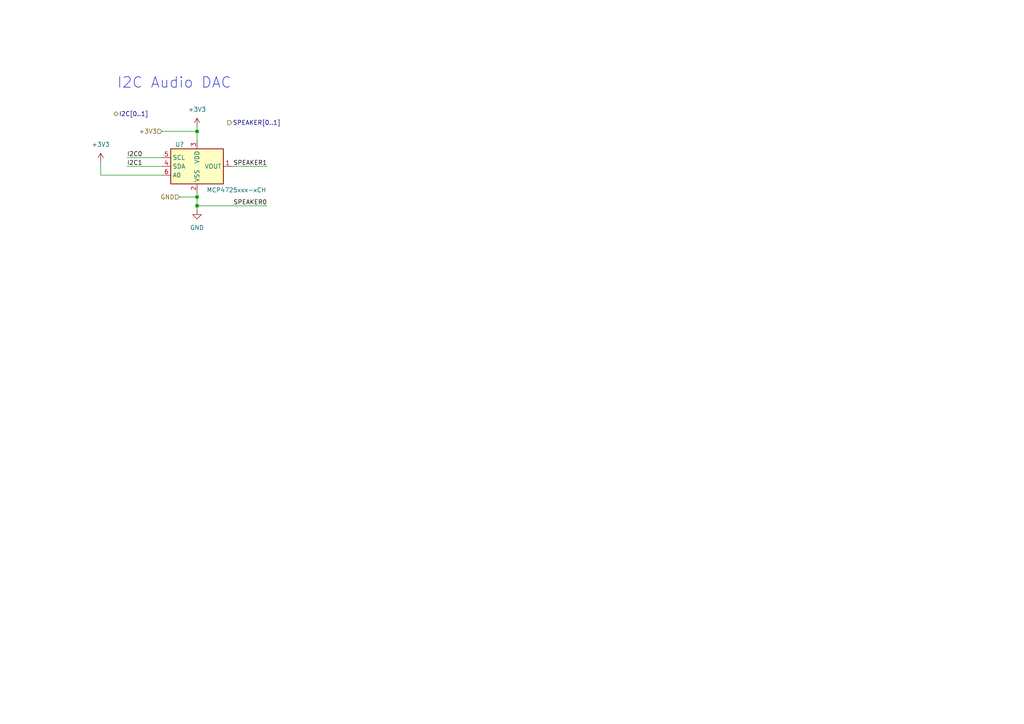
<source format=kicad_sch>
(kicad_sch (version 20231120) (generator "eeschema") (generator_version "8.0")
  (paper "A4")
  (title_block (title "DCC Bus Input") (date "2024-01-03") (rev "v0.1") (company "Chatelain Engineering"))
  (lib_symbols
    (symbol "Analog_DAC:MCP4725xxx-xCH"
      (property "Reference" "U" (at -6.35 6.35 0))
      (property "Value" "MCP4725xxx-xCH" (at 8.89 6.35 0))
      (symbol "MCP4725xxx-xCH_0_1"
        (rectangle (start -7.62 5.08) (end 7.62 -5.08) (stroke (width 0.254)) (fill (type background)))
      )
      (symbol "MCP4725xxx-xCH_1_1"
        (pin output line (at 10.16 0 180) (length 2.54) (name "VOUT") (number "1"))
        (pin power_in line (at 0 -7.62 90) (length 2.54) (name "VSS") (number "2"))
        (pin power_in line (at 0 7.62 270) (length 2.54) (name "VDD") (number "3"))
        (pin bidirectional line (at -10.16 0 0) (length 2.54) (name "SDA") (number "4"))
        (pin input line (at -10.16 2.54 0) (length 2.54) (name "SCL") (number "5"))
        (pin input line (at -10.16 -2.54 0) (length 2.54) (name "A0") (number "6"))
      )
    )
    (symbol "power:+3V3" (power) (pin_names (offset 0))
      (property "Value" "+3V3" (at 0 3.556 0))
      (symbol "+3V3_0_1"
        (polyline (pts (xy -0.762 1.27) (xy 0 2.54)))
        (polyline (pts (xy 0 0) (xy 0 2.54)))
        (polyline (pts (xy 0 2.54) (xy 0.762 1.27)))
      )
      (symbol "+3V3_1_1"
        (pin power_in line (at 0 0 90) (length 0) hide (name "+3V3") (number "1"))
      )
    )
    (symbol "power:GND" (power) (pin_names (offset 0))
      (property "Value" "GND" (at 0 -3.81 0))
      (symbol "GND_0_1"
        (polyline (pts (xy 0 0) (xy 0 -1.27) (xy 1.27 -1.27) (xy 0 -2.54) (xy -1.27 -1.27) (xy 0 -1.27)))
      )
      (symbol "GND_1_1"
        (pin power_in line (at 0 0 270) (length 0) hide (name "GND") (number "1"))
      )
    )
  )
  (junction (at 57.15 38.1))
  (junction (at 57.15 57.15))
  (junction (at 57.15 59.69))
  (wire (pts (xy 57.15 38.1) (xy 57.15 40.64)))
  (wire (pts (xy 36.83 45.72) (xy 46.99 45.72)))
  (wire (pts (xy 67.31 48.26) (xy 77.47 48.26)))
  (wire (pts (xy 52.07 57.15) (xy 57.15 57.15)))
  (wire (pts (xy 46.99 38.1) (xy 57.15 38.1)))
  (wire (pts (xy 57.15 57.15) (xy 57.15 55.88)))
  (wire (pts (xy 29.21 46.99) (xy 29.21 50.8)))
  (wire (pts (xy 36.83 48.26) (xy 46.99 48.26)))
  (wire (pts (xy 57.15 60.96) (xy 57.15 59.69)))
  (wire (pts (xy 57.15 36.83) (xy 57.15 38.1)))
  (wire (pts (xy 29.21 50.8) (xy 46.99 50.8)))
  (wire (pts (xy 57.15 59.69) (xy 57.15 57.15)))
  (wire (pts (xy 57.15 59.69) (xy 77.47 59.69)))
  (text "I2C Audio DAC" (at 50.546 24.13 0) (effects (font (size 3.048 3.048))))
  (label "I2C0" (at 36.83 45.72 0))
  (label "SPEAKER0" (at 77.47 59.69 180))
  (label "I2C1" (at 36.83 48.26 0))
  (label "SPEAKER1" (at 77.47 48.26 180))
  (hierarchical_label "GND" (shape input) (at 52.07 57.15 180))
  (hierarchical_label "+3V3" (shape input) (at 46.99 38.1 180))
  (hierarchical_label "SPEAKER[0..1]" (shape output) (at 66.04 35.56 0))
  (hierarchical_label "I2C[0..1]" (shape bidirectional) (at 33.02 33.02 0))
  (symbol (lib_id "Analog_DAC:MCP4725xxx-xCH") (at 57.15 48.26 0) (unit 1)
    (property "Reference" "U?" (at 52.07 41.91 0))
    (property "Value" "MCP4725xxx-xCH" (at 68.58 55.118 0))
    (property "Footprint" "Package_TO_SOT_SMD:SOT-23-6" (effects (hide yes)))
    (property "Datasheet" "http://ww1.microchip.com/downloads/en/DeviceDoc/22039d.pdf" (effects (hide yes)))
    (property "Description" "12-bit Digital-to-Analog Converter, integrated EEPROM, I2C interface, SOT-23-6" (effects (hide yes)))
    (property "OLI_ID" "MCP4725_SOT-23-6" (effects (hide yes)))
  )
  (symbol (lib_id "power:GND") (at 57.15 60.96 0) (unit 1)
    (property "Reference" "#PWR?" (effects (hide yes)))
    (property "Value" "GND" (at 57.15 66.04 0))
    (property "Description" "Power symbol creates a global label with name \"GND\" , ground" (effects (hide yes)))
  )
  (symbol (lib_id "power:+3V3") (at 57.15 36.83 0) (unit 1)
    (property "Reference" "#PWR?" (effects (hide yes)))
    (property "Value" "+3V3" (at 57.15 31.75 0))
    (property "Description" "Power symbol creates a global label with name \"+3V3\"" (effects (hide yes)))
  )
  (symbol (lib_id "power:+3V3") (at 29.21 46.99 0) (unit 1)
    (property "Reference" "#PWR?" (effects (hide yes)))
    (property "Value" "+3V3" (at 29.21 41.91 0))
    (property "Description" "Power symbol creates a global label with name \"+3V3\"" (effects (hide yes)))
  )
)
</source>
